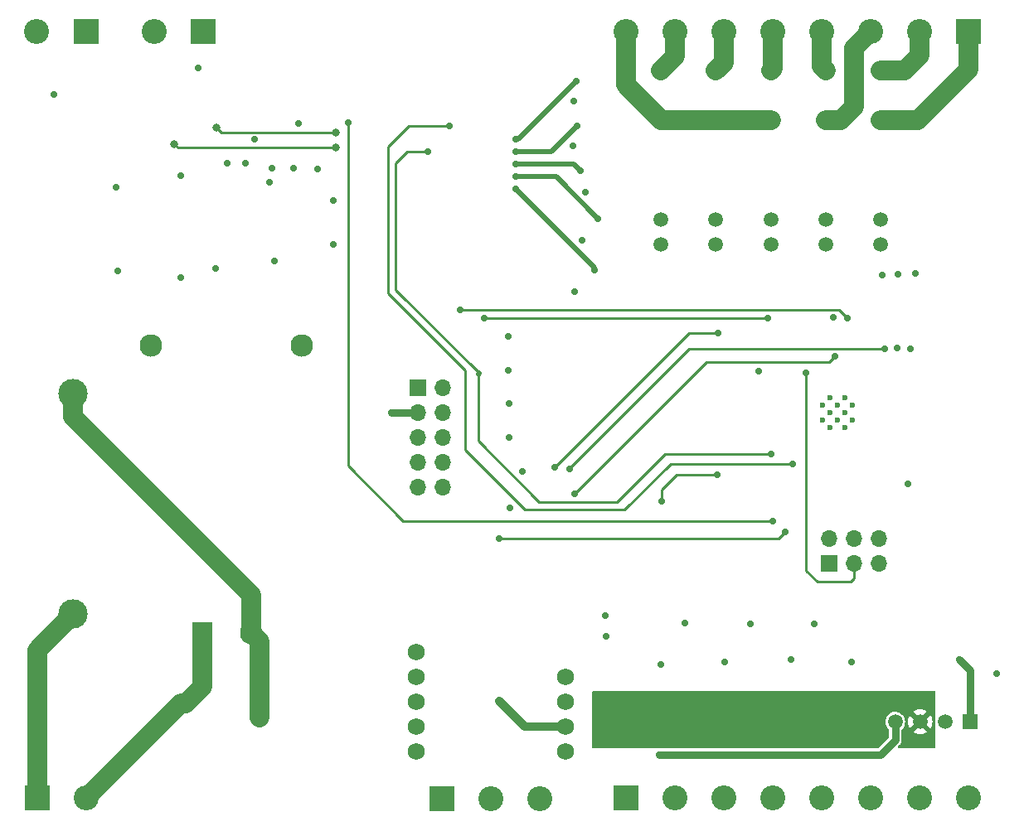
<source format=gbr>
%TF.GenerationSoftware,KiCad,Pcbnew,7.0.5*%
%TF.CreationDate,2023-07-28T21:19:53-04:00*%
%TF.ProjectId,proyecto de cuatrinestre,70726f79-6563-4746-9f20-646520637561,rev?*%
%TF.SameCoordinates,Original*%
%TF.FileFunction,Copper,L4,Bot*%
%TF.FilePolarity,Positive*%
%FSLAX46Y46*%
G04 Gerber Fmt 4.6, Leading zero omitted, Abs format (unit mm)*
G04 Created by KiCad (PCBNEW 7.0.5) date 2023-07-28 21:19:53*
%MOMM*%
%LPD*%
G01*
G04 APERTURE LIST*
%TA.AperFunction,ComponentPad*%
%ADD10R,1.508000X1.508000*%
%TD*%
%TA.AperFunction,ComponentPad*%
%ADD11C,1.508000*%
%TD*%
%TA.AperFunction,ComponentPad*%
%ADD12C,3.000000*%
%TD*%
%TA.AperFunction,HeatsinkPad*%
%ADD13C,0.600000*%
%TD*%
%TA.AperFunction,ComponentPad*%
%ADD14R,2.550000X2.550000*%
%TD*%
%TA.AperFunction,ComponentPad*%
%ADD15C,2.550000*%
%TD*%
%TA.AperFunction,ComponentPad*%
%ADD16R,2.000000X2.300000*%
%TD*%
%TA.AperFunction,ComponentPad*%
%ADD17C,2.300000*%
%TD*%
%TA.AperFunction,ComponentPad*%
%ADD18C,1.500000*%
%TD*%
%TA.AperFunction,ComponentPad*%
%ADD19C,1.750000*%
%TD*%
%TA.AperFunction,ComponentPad*%
%ADD20R,1.700000X1.700000*%
%TD*%
%TA.AperFunction,ComponentPad*%
%ADD21O,1.700000X1.700000*%
%TD*%
%TA.AperFunction,ComponentPad*%
%ADD22C,1.400000*%
%TD*%
%TA.AperFunction,ViaPad*%
%ADD23C,0.700000*%
%TD*%
%TA.AperFunction,ViaPad*%
%ADD24C,0.800000*%
%TD*%
%TA.AperFunction,Conductor*%
%ADD25C,0.800000*%
%TD*%
%TA.AperFunction,Conductor*%
%ADD26C,0.500000*%
%TD*%
%TA.AperFunction,Conductor*%
%ADD27C,0.250000*%
%TD*%
%TA.AperFunction,Conductor*%
%ADD28C,0.850000*%
%TD*%
%TA.AperFunction,Conductor*%
%ADD29C,2.000000*%
%TD*%
G04 APERTURE END LIST*
D10*
%TO.P,U16,1,IN-*%
%TO.N,GND*%
X260302500Y-180600000D03*
D11*
%TO.P,U16,2,IN+*%
%TO.N,VDD*%
X257762500Y-180600000D03*
%TO.P,U16,3,OUT-*%
%TO.N,GNDA*%
X255222500Y-180600000D03*
%TO.P,U16,4,OUT+*%
%TO.N,+3V3*%
X252682500Y-180600000D03*
%TD*%
D12*
%TO.P,F3,1*%
%TO.N,Net-(PS1-AC{slash}N)*%
X168710000Y-147100000D03*
%TO.P,F3,2*%
%TO.N,/ROOMLINK/CON-L1*%
X168710000Y-169600000D03*
%TD*%
D13*
%TO.P,U17,39,GND*%
%TO.N,GND*%
X247552500Y-147465000D03*
X246027500Y-147465000D03*
X248315000Y-148227500D03*
X246790000Y-148227500D03*
X245265000Y-148227500D03*
X247552500Y-148990000D03*
X246027500Y-148990000D03*
X248315000Y-149752500D03*
X246790000Y-149752500D03*
X245265000Y-149752500D03*
X247552500Y-150515000D03*
X246027500Y-150515000D03*
%TD*%
D14*
%TO.P,J4,1,Pin_1*%
%TO.N,/ROOMLINK/RGND*%
X206408000Y-188468000D03*
D15*
%TO.P,J4,2,Pin_2*%
%TO.N,/ROOMLINK/CON-B+*%
X211408000Y-188468000D03*
%TO.P,J4,3,Pin_3*%
%TO.N,/ROOMLINK/CON-A-*%
X216408000Y-188468000D03*
%TD*%
D16*
%TO.P,PS1,1,AC/L*%
%TO.N,/ROOMLINK/CON-NEUT*%
X181900000Y-171550000D03*
D17*
%TO.P,PS1,2,AC/N*%
%TO.N,Net-(PS1-AC{slash}N)*%
X186900000Y-171550000D03*
%TO.P,PS1,3,-Vout*%
%TO.N,GND*%
X176700000Y-142150000D03*
%TO.P,PS1,4,+Vout*%
%TO.N,+12V*%
X192100000Y-142150000D03*
%TD*%
D14*
%TO.P,J1,1,Pin_1*%
%TO.N,/ROOMLINK/CON-L1*%
X165040000Y-188380000D03*
D15*
%TO.P,J1,2,Pin_2*%
%TO.N,/ROOMLINK/CON-NEUT*%
X170040000Y-188380000D03*
%TD*%
D18*
%TO.P,U8,1*%
%TO.N,+12V*%
X251180000Y-131810000D03*
%TO.P,U8,2*%
%TO.N,Net-(D5-K)*%
X251180000Y-129270000D03*
%TO.P,U8,3*%
%TO.N,/ROOMLINK/CON-OUT2A*%
X251180000Y-119110000D03*
%TO.P,U8,4*%
%TO.N,/ROOMLINK/CON-OUT2B*%
X251180000Y-114030000D03*
%TD*%
D14*
%TO.P,J2,1,Pin_1*%
%TO.N,/ROOMLINK/CON-DC+*%
X170030000Y-110087500D03*
D15*
%TO.P,J2,2,Pin_2*%
%TO.N,/ROOMLINK/CON-DC-*%
X165030000Y-110087500D03*
%TD*%
D19*
%TO.P,U1,1,Vcc*%
%TO.N,VDD*%
X203747000Y-183618000D03*
%TO.P,U1,2,GND*%
%TO.N,GND*%
X203747000Y-181078000D03*
%TO.P,U1,3,TXD*%
%TO.N,/ROOMLINK/CONTROL/Tx_RS485_eXT*%
X203747000Y-178538000D03*
%TO.P,U1,4,RXD*%
%TO.N,/ROOMLINK/CONTROL/Rx_RS485_eXT*%
X203747000Y-175998000D03*
%TO.P,U1,5,CON*%
%TO.N,/ROOMLINK/CONTROL/CON_RS485_eXT*%
X203747000Y-173458000D03*
%TO.P,U1,7,Vo*%
%TO.N,Net-(U1-Vo)*%
X218987000Y-175998000D03*
%TO.P,U1,8,B*%
%TO.N,Net-(D11-A1)*%
X218987000Y-178538000D03*
%TO.P,U1,9,A*%
%TO.N,Net-(D11-A2)*%
X218987000Y-181078000D03*
%TO.P,U1,10,RGND*%
%TO.N,/ROOMLINK/RGND*%
X218987000Y-183618000D03*
%TD*%
D18*
%TO.P,U11,1*%
%TO.N,+12V*%
X239970000Y-131810000D03*
%TO.P,U11,2*%
%TO.N,Net-(D7-K)*%
X239970000Y-129270000D03*
%TO.P,U11,3*%
%TO.N,/ROOMLINK/CON-FAN-C*%
X239970000Y-119110000D03*
%TO.P,U11,4*%
%TO.N,/ROOMLINK/CON-FAN3*%
X239970000Y-114030000D03*
%TD*%
D20*
%TO.P,J8,1,VTRef*%
%TO.N,Net-(J8-VTRef)*%
X203962000Y-146507200D03*
D21*
%TO.P,J8,2,TMS*%
%TO.N,TMS*%
X206502000Y-146507200D03*
%TO.P,J8,3,GND*%
%TO.N,GND*%
X203962000Y-149047200D03*
%TO.P,J8,4,TCK*%
%TO.N,TCK*%
X206502000Y-149047200D03*
%TO.P,J8,5*%
%TO.N,unconnected-(J8-Pad5)*%
X203962000Y-151587200D03*
%TO.P,J8,6,TDO*%
%TO.N,TDO*%
X206502000Y-151587200D03*
%TO.P,J8,7*%
%TO.N,unconnected-(J8-Pad7)*%
X203962000Y-154127200D03*
%TO.P,J8,8,TDI*%
%TO.N,TDI*%
X206502000Y-154127200D03*
%TO.P,J8,9,GNDDetect*%
%TO.N,GND*%
X203962000Y-156667200D03*
%TO.P,J8,10,nRESET*%
%TO.N,nRESET*%
X206502000Y-156667200D03*
%TD*%
D18*
%TO.P,U7,1*%
%TO.N,+12V*%
X245575000Y-131810000D03*
%TO.P,U7,2*%
%TO.N,Net-(D6-K)*%
X245575000Y-129270000D03*
%TO.P,U7,3*%
%TO.N,/ROOMLINK/CON-OUT1A*%
X245575000Y-119110000D03*
%TO.P,U7,4*%
%TO.N,/ROOMLINK/CON-OUT1B*%
X245575000Y-114030000D03*
%TD*%
D14*
%TO.P,J5,1,Pin_1*%
%TO.N,/ROOMLINK/CON-OUT2A*%
X260150000Y-110087500D03*
D15*
%TO.P,J5,2,Pin_2*%
%TO.N,/ROOMLINK/CON-OUT2B*%
X255150000Y-110087500D03*
%TO.P,J5,3,Pin_3*%
%TO.N,/ROOMLINK/CON-OUT1A*%
X250150000Y-110087500D03*
%TO.P,J5,4,Pin_4*%
%TO.N,/ROOMLINK/CON-OUT1B*%
X245150000Y-110087500D03*
%TO.P,J5,5,Pin_5*%
%TO.N,/ROOMLINK/CON-FAN3*%
X240150000Y-110087500D03*
%TO.P,J5,6,Pin_6*%
%TO.N,/ROOMLINK/CON-FAN2*%
X235150000Y-110087500D03*
%TO.P,J5,7,Pin_7*%
%TO.N,/ROOMLINK/CON-FAN1*%
X230150000Y-110087500D03*
%TO.P,J5,8,Pin_8*%
%TO.N,/ROOMLINK/CON-FAN-C*%
X225150000Y-110087500D03*
%TD*%
D18*
%TO.P,U9,1*%
%TO.N,+12V*%
X228760000Y-131810000D03*
%TO.P,U9,2*%
%TO.N,Net-(D9-K)*%
X228760000Y-129270000D03*
%TO.P,U9,3*%
%TO.N,/ROOMLINK/CON-FAN-C*%
X228760000Y-119110000D03*
%TO.P,U9,4*%
%TO.N,/ROOMLINK/CON-FAN1*%
X228760000Y-114030000D03*
%TD*%
D20*
%TO.P,J7,1,Pin_1*%
%TO.N,VDD*%
X245922800Y-164388800D03*
D21*
%TO.P,J7,2,Pin_2*%
%TO.N,Net-(J7-Pin_2)*%
X245922800Y-161848800D03*
%TO.P,J7,3,Pin_3*%
%TO.N,Net-(J7-Pin_3)*%
X248462800Y-164388800D03*
%TO.P,J7,4,Pin_4*%
%TO.N,Net-(J7-Pin_4)*%
X248462800Y-161848800D03*
%TO.P,J7,5,Pin_5*%
%TO.N,GND*%
X251002800Y-164388800D03*
%TO.P,J7,6,Pin_6*%
%TO.N,Net-(J7-Pin_6)*%
X251002800Y-161848800D03*
%TD*%
D14*
%TO.P,J6,1,Pin_1*%
%TO.N,/ROOMLINK/CON-IN4-*%
X225150000Y-188380000D03*
D15*
%TO.P,J6,2,Pin_2*%
%TO.N,/ROOMLINK/CON-IN4+*%
X230150000Y-188380000D03*
%TO.P,J6,3,Pin_3*%
%TO.N,/ROOMLINK/CON-IN3-*%
X235150000Y-188380000D03*
%TO.P,J6,4,Pin_4*%
%TO.N,/ROOMLINK/CON-IN3+*%
X240150000Y-188380000D03*
%TO.P,J6,5,Pin_5*%
%TO.N,/ROOMLINK/CON-IN2-*%
X245150000Y-188380000D03*
%TO.P,J6,6,Pin_6*%
%TO.N,/ROOMLINK/CON-IN2+*%
X250150000Y-188380000D03*
%TO.P,J6,7,Pin_7*%
%TO.N,/ROOMLINK/CON-IN1-*%
X255150000Y-188380000D03*
%TO.P,J6,8,Pin_8*%
%TO.N,/ROOMLINK/CON-IN1+*%
X260150000Y-188380000D03*
%TD*%
D22*
%TO.P,RV1,1*%
%TO.N,/ROOMLINK/CON-NEUT*%
X180250000Y-178700000D03*
%TO.P,RV1,2*%
%TO.N,Net-(PS1-AC{slash}N)*%
X187750000Y-180200000D03*
%TD*%
D14*
%TO.P,J3,1,Pin_1*%
%TO.N,/ROOMLINK/CON-LCDA-*%
X182000000Y-110087500D03*
D15*
%TO.P,J3,2,Pin_2*%
%TO.N,/ROOMLINK/CON-LCDB+*%
X177000000Y-110087500D03*
%TD*%
D18*
%TO.P,U10,1*%
%TO.N,+12V*%
X234365000Y-131810000D03*
%TO.P,U10,2*%
%TO.N,Net-(D8-K)*%
X234365000Y-129270000D03*
%TO.P,U10,3*%
%TO.N,/ROOMLINK/CON-FAN-C*%
X234365000Y-119110000D03*
%TO.P,U10,4*%
%TO.N,/ROOMLINK/CON-FAN2*%
X234365000Y-114030000D03*
%TD*%
D23*
%TO.N,GND*%
X184500000Y-123500000D03*
X187250000Y-121070500D03*
X242000000Y-174250000D03*
X173250000Y-134500000D03*
X228750000Y-174750000D03*
X259250000Y-174250000D03*
X191750000Y-119500000D03*
X254750000Y-134750000D03*
X235250000Y-174500000D03*
X248250000Y-174500000D03*
X238750000Y-144750000D03*
X188750000Y-125500000D03*
X189250000Y-133500000D03*
X183250000Y-134250000D03*
X181500000Y-113750000D03*
X254250000Y-142500000D03*
X201250000Y-149000000D03*
X166750000Y-116500000D03*
X179750000Y-135250000D03*
X254000000Y-156250000D03*
%TO.N,nRESET*%
X219456000Y-154736800D03*
X251561600Y-142494000D03*
%TO.N,+12V*%
X221030800Y-126492000D03*
X219760800Y-121767600D03*
X220675200Y-131419600D03*
X219862400Y-117195600D03*
X219913200Y-136652000D03*
X195326000Y-131826000D03*
%TO.N,/ROOMLINK/CONTROL/INPUT_4_MICRO*%
X228803200Y-158038800D03*
X234492800Y-155397200D03*
%TO.N,Net-(D5-K)*%
X213918800Y-121056400D03*
X220100800Y-115148000D03*
%TO.N,Net-(D6-K)*%
X220151600Y-119720000D03*
X213918800Y-122326400D03*
%TO.N,Net-(D7-K)*%
X213918800Y-123596400D03*
X220558000Y-124292000D03*
%TO.N,Net-(D8-K)*%
X213918800Y-124917200D03*
X222332000Y-129204000D03*
%TO.N,Net-(D9-K)*%
X213918800Y-126136400D03*
X221960800Y-134452000D03*
%TO.N,Net-(D11-A2)*%
X212250000Y-178450000D03*
D24*
%TO.N,Net-(D13-A1)*%
X195580000Y-121920000D03*
X179079000Y-121539000D03*
%TO.N,Net-(D13-A2)*%
X195580000Y-120396000D03*
X183388000Y-119888000D03*
D23*
%TO.N,VDD*%
X193700400Y-124155200D03*
X213156800Y-141224000D03*
X213207600Y-148082000D03*
X214579200Y-155041600D03*
X213258400Y-151587200D03*
X252882400Y-142392400D03*
X186283600Y-123494800D03*
X189026800Y-124053600D03*
X179730400Y-124764800D03*
X213156800Y-144678400D03*
X223164400Y-171907200D03*
X173126400Y-125984000D03*
X223062800Y-169773600D03*
X195275200Y-127304800D03*
X252933200Y-134874000D03*
X231190800Y-170535600D03*
X251307600Y-134924800D03*
X244398800Y-170637200D03*
X237896400Y-170637200D03*
X213360000Y-158750000D03*
X263042400Y-175666400D03*
X246329200Y-139293600D03*
X191262000Y-124053600D03*
%TO.N,GNDA*%
X237896400Y-178409600D03*
X244398800Y-178358800D03*
X231394000Y-178460400D03*
X224790000Y-178663600D03*
%TO.N,TDI*%
X234594400Y-140919200D03*
X217932000Y-154635200D03*
%TO.N,+3V3*%
X241808000Y-183997600D03*
X228600000Y-183997600D03*
X248208800Y-183997600D03*
X235407200Y-183997600D03*
%TO.N,/ROOMLINK/CONTROL/RLY_OUT2_MICRO*%
X240030000Y-153212800D03*
X204927200Y-122326400D03*
%TO.N,/ROOMLINK/CONTROL/RLY_OUT1_MICRO*%
X207162400Y-119735600D03*
X242214400Y-154228800D03*
%TO.N,/ROOMLINK/CONTROL/RLY_FAN3_MICRO*%
X210718400Y-139395200D03*
X239674400Y-139395200D03*
%TO.N,/ROOMLINK/CONTROL/CON_RS485_eXT*%
X219913200Y-157319500D03*
X246510000Y-143293500D03*
%TO.N,/ROOMLINK/CONTROL/COM_RS485_LCD*%
X208280000Y-138480800D03*
X247802400Y-139344400D03*
%TO.N,/ROOMLINK/CONTROL/Tx_RS485_LCD*%
X212191600Y-161848800D03*
X241401600Y-161188400D03*
%TO.N,/ROOMLINK/CONTROL/Rx_RS485_lcd*%
X240131600Y-160070800D03*
X196799200Y-119380000D03*
%TO.N,Net-(J7-Pin_3)*%
X243535200Y-144932400D03*
%TD*%
D25*
%TO.N,GND*%
X260302500Y-175302500D02*
X259250000Y-174250000D01*
X203962000Y-149047200D02*
X201297200Y-149047200D01*
X260302500Y-180600000D02*
X260302500Y-175302500D01*
X201297200Y-149047200D02*
X201250000Y-149000000D01*
D26*
%TO.N,nRESET*%
X219456000Y-154736800D02*
X219456000Y-154686000D01*
D27*
X231648000Y-142494000D02*
X251561600Y-142494000D01*
X219456000Y-154686000D02*
X231648000Y-142494000D01*
%TO.N,/ROOMLINK/CONTROL/INPUT_4_MICRO*%
X228803200Y-156921200D02*
X230327200Y-155397200D01*
X230327200Y-155397200D02*
X234492800Y-155397200D01*
X228803200Y-158038800D02*
X228803200Y-156921200D01*
D26*
%TO.N,Net-(D5-K)*%
X214192400Y-121056400D02*
X220100800Y-115148000D01*
X213918800Y-121056400D02*
X214192400Y-121056400D01*
%TO.N,Net-(D6-K)*%
X217545200Y-122326400D02*
X220151600Y-119720000D01*
X213918800Y-122326400D02*
X217545200Y-122326400D01*
%TO.N,Net-(D7-K)*%
X213918800Y-123596400D02*
X219862400Y-123596400D01*
X219862400Y-123596400D02*
X220558000Y-124292000D01*
%TO.N,Net-(D8-K)*%
X218045200Y-124917200D02*
X222332000Y-129204000D01*
X213918800Y-124917200D02*
X218045200Y-124917200D01*
%TO.N,Net-(D9-K)*%
X221960800Y-134178400D02*
X221960800Y-134452000D01*
X213918800Y-126136400D02*
X221960800Y-134178400D01*
D28*
%TO.N,Net-(D11-A2)*%
X212250000Y-178450000D02*
X214878000Y-181078000D01*
X214878000Y-181078000D02*
X218987000Y-181078000D01*
D27*
%TO.N,Net-(D13-A1)*%
X195580000Y-121920000D02*
X179460000Y-121920000D01*
X179460000Y-121920000D02*
X179079000Y-121539000D01*
%TO.N,Net-(D13-A2)*%
X195580000Y-120396000D02*
X183896000Y-120396000D01*
X183896000Y-120396000D02*
X183388000Y-119888000D01*
D29*
%TO.N,Net-(PS1-AC{slash}N)*%
X187750000Y-172400000D02*
X186900000Y-171550000D01*
X168710000Y-147100000D02*
X168710000Y-149406000D01*
X186900000Y-167596000D02*
X186900000Y-171550000D01*
X187750000Y-180200000D02*
X187750000Y-172400000D01*
X168710000Y-149406000D02*
X186900000Y-167596000D01*
%TO.N,/ROOMLINK/CON-L1*%
X165040000Y-188380000D02*
X165040000Y-173270000D01*
X165040000Y-173270000D02*
X168710000Y-169600000D01*
D27*
%TO.N,TDI*%
X231648000Y-140919200D02*
X234594400Y-140919200D01*
X217932000Y-154635200D02*
X231648000Y-140919200D01*
D25*
%TO.N,+3V3*%
X252682500Y-180600000D02*
X252682500Y-182470300D01*
X235407200Y-183997600D02*
X228600000Y-183997600D01*
X252682500Y-182470300D02*
X251155200Y-183997600D01*
X251155200Y-183997600D02*
X248208800Y-183997600D01*
X248208800Y-183997600D02*
X241808000Y-183997600D01*
X241808000Y-183997600D02*
X235407200Y-183997600D01*
D27*
%TO.N,/ROOMLINK/CONTROL/RLY_OUT2_MICRO*%
X201676000Y-136448800D02*
X201676000Y-123494800D01*
X202863532Y-122307268D02*
X204908068Y-122307268D01*
D26*
X204908068Y-122307268D02*
X204927200Y-122326400D01*
X210108800Y-145084800D02*
X210210400Y-144983200D01*
D27*
X210210400Y-144983200D02*
X201676000Y-136448800D01*
X224252100Y-158119500D02*
X216336300Y-158119500D01*
X240030000Y-153212800D02*
X229158800Y-153212800D01*
X216336300Y-158119500D02*
X210108800Y-151892000D01*
X210108800Y-151892000D02*
X210108800Y-145084800D01*
X201676000Y-123494800D02*
X202863532Y-122307268D01*
X229158800Y-153212800D02*
X224252100Y-158119500D01*
%TO.N,/ROOMLINK/CONTROL/RLY_OUT1_MICRO*%
X208737200Y-152806400D02*
X214884000Y-158953200D01*
X229717600Y-154228800D02*
X242214400Y-154228800D01*
X200863200Y-121869200D02*
X200863200Y-136855200D01*
X224993200Y-158953200D02*
X229717600Y-154228800D01*
X207162400Y-119735600D02*
X202996800Y-119735600D01*
X214884000Y-158953200D02*
X224993200Y-158953200D01*
X200863200Y-136855200D02*
X208737200Y-144729200D01*
X208737200Y-144729200D02*
X208737200Y-152806400D01*
X202996800Y-119735600D02*
X200863200Y-121869200D01*
%TO.N,/ROOMLINK/CONTROL/RLY_FAN3_MICRO*%
X210718400Y-139395200D02*
X239674400Y-139395200D01*
%TO.N,/ROOMLINK/CONTROL/CON_RS485_eXT*%
X233367100Y-143865600D02*
X219913200Y-157319500D01*
X245937900Y-143865600D02*
X233367100Y-143865600D01*
X246510000Y-143293500D02*
X245937900Y-143865600D01*
%TO.N,/ROOMLINK/CONTROL/COM_RS485_LCD*%
X208280000Y-138480800D02*
X246938800Y-138480800D01*
X246938800Y-138480800D02*
X247802400Y-139344400D01*
%TO.N,/ROOMLINK/CONTROL/Tx_RS485_LCD*%
X240741200Y-161848800D02*
X241401600Y-161188400D01*
X212191600Y-161848800D02*
X240741200Y-161848800D01*
%TO.N,/ROOMLINK/CONTROL/Rx_RS485_lcd*%
X196799200Y-154432000D02*
X202438000Y-160070800D01*
X196799200Y-119380000D02*
X196799200Y-154432000D01*
X202438000Y-160070800D02*
X240131600Y-160070800D01*
D29*
%TO.N,/ROOMLINK/CON-NEUT*%
X179720000Y-178700000D02*
X170040000Y-188380000D01*
X181900000Y-177050000D02*
X180250000Y-178700000D01*
X180250000Y-178700000D02*
X179720000Y-178700000D01*
X181900000Y-171550000D02*
X181900000Y-177050000D01*
%TO.N,/ROOMLINK/CON-OUT2A*%
X260150000Y-113941200D02*
X260150000Y-110087500D01*
X254981200Y-119110000D02*
X260150000Y-113941200D01*
X251180000Y-119110000D02*
X254981200Y-119110000D01*
%TO.N,/ROOMLINK/CON-OUT2B*%
X253609600Y-114030000D02*
X255150000Y-112489600D01*
X255150000Y-112489600D02*
X255150000Y-110087500D01*
X251180000Y-114030000D02*
X253609600Y-114030000D01*
%TO.N,/ROOMLINK/CON-OUT1A*%
X247107200Y-119110000D02*
X248462800Y-117754400D01*
X245575000Y-119110000D02*
X247107200Y-119110000D01*
X248462800Y-111774700D02*
X250150000Y-110087500D01*
X248462800Y-117754400D02*
X248462800Y-111774700D01*
%TO.N,/ROOMLINK/CON-OUT1B*%
X245150000Y-113605000D02*
X245575000Y-114030000D01*
X245150000Y-110087500D02*
X245150000Y-113605000D01*
%TO.N,/ROOMLINK/CON-FAN3*%
X240150000Y-110087500D02*
X240150000Y-113850000D01*
X240150000Y-113850000D02*
X239970000Y-114030000D01*
%TO.N,/ROOMLINK/CON-FAN2*%
X235150000Y-110087500D02*
X235150000Y-113245000D01*
X235150000Y-113245000D02*
X234365000Y-114030000D01*
%TO.N,/ROOMLINK/CON-FAN1*%
X230150000Y-110087500D02*
X230150000Y-112640000D01*
X230150000Y-112640000D02*
X228760000Y-114030000D01*
%TO.N,/ROOMLINK/CON-FAN-C*%
X239970000Y-119110000D02*
X228760000Y-119110000D01*
X225150000Y-115500000D02*
X228760000Y-119110000D01*
X225150000Y-110087500D02*
X225150000Y-115500000D01*
D27*
%TO.N,Net-(J7-Pin_3)*%
X243535200Y-165150800D02*
X244703600Y-166319200D01*
X243535200Y-144932400D02*
X243535200Y-165150800D01*
X248107200Y-166319200D02*
X248462800Y-165963600D01*
X248462800Y-165963600D02*
X248462800Y-164388800D01*
X244703600Y-166319200D02*
X248107200Y-166319200D01*
%TD*%
%TA.AperFunction,Conductor*%
%TO.N,GNDA*%
G36*
X256737039Y-177464085D02*
G01*
X256782794Y-177516889D01*
X256794000Y-177568400D01*
X256794000Y-180313928D01*
X256788661Y-180349922D01*
X256772535Y-180403082D01*
X256772534Y-180403088D01*
X256753140Y-180599999D01*
X256772534Y-180796914D01*
X256788661Y-180850076D01*
X256794000Y-180886071D01*
X256794000Y-183162400D01*
X256774315Y-183229439D01*
X256721511Y-183275194D01*
X256670000Y-183286400D01*
X253085707Y-183286400D01*
X253018668Y-183266715D01*
X252972913Y-183213911D01*
X252962969Y-183144753D01*
X252991994Y-183081197D01*
X252998010Y-183074734D01*
X253082017Y-182990727D01*
X253094579Y-182980665D01*
X253094425Y-182980478D01*
X253100433Y-182975505D01*
X253100440Y-182975502D01*
X253149032Y-182923756D01*
X253150356Y-182922388D01*
X253171411Y-182901335D01*
X253175901Y-182895545D01*
X253179683Y-182891115D01*
X253212948Y-182855693D01*
X253223174Y-182837090D01*
X253233853Y-182820833D01*
X253246862Y-182804064D01*
X253266156Y-182759475D01*
X253268712Y-182754256D01*
X253292127Y-182711668D01*
X253297405Y-182691106D01*
X253303707Y-182672699D01*
X253312135Y-182653227D01*
X253319733Y-182605253D01*
X253320914Y-182599547D01*
X253333000Y-182552477D01*
X253333000Y-182531248D01*
X253334527Y-182511848D01*
X253337846Y-182490895D01*
X253333273Y-182442528D01*
X253332999Y-182436707D01*
X253332999Y-182149492D01*
X253332999Y-181424255D01*
X253352684Y-181357220D01*
X253378333Y-181328408D01*
X253396225Y-181313725D01*
X253521752Y-181160770D01*
X253615027Y-180986265D01*
X253672465Y-180796916D01*
X253691860Y-180600000D01*
X253963710Y-180600000D01*
X253982833Y-180818582D01*
X253982835Y-180818592D01*
X254039621Y-181030524D01*
X254039624Y-181030533D01*
X254132355Y-181229393D01*
X254132356Y-181229395D01*
X254176502Y-181292442D01*
X254176503Y-181292443D01*
X254739422Y-180729523D01*
X254763007Y-180809844D01*
X254840739Y-180930798D01*
X254949400Y-181024952D01*
X255080185Y-181084680D01*
X255089966Y-181086086D01*
X254530055Y-181645996D01*
X254593104Y-181690143D01*
X254593106Y-181690144D01*
X254791966Y-181782875D01*
X254791975Y-181782878D01*
X255003907Y-181839664D01*
X255003917Y-181839666D01*
X255222499Y-181858790D01*
X255222501Y-181858790D01*
X255441082Y-181839666D01*
X255441092Y-181839664D01*
X255653024Y-181782878D01*
X255653033Y-181782874D01*
X255851892Y-181690145D01*
X255914943Y-181645996D01*
X255355034Y-181086086D01*
X255364815Y-181084680D01*
X255495600Y-181024952D01*
X255604261Y-180930798D01*
X255681993Y-180809844D01*
X255705576Y-180729523D01*
X256268496Y-181292443D01*
X256312645Y-181229392D01*
X256405374Y-181030533D01*
X256405378Y-181030524D01*
X256462164Y-180818592D01*
X256462166Y-180818582D01*
X256481290Y-180600000D01*
X256481290Y-180599999D01*
X256462166Y-180381417D01*
X256462164Y-180381407D01*
X256405378Y-180169475D01*
X256405375Y-180169466D01*
X256312644Y-179970606D01*
X256312643Y-179970604D01*
X256268496Y-179907556D01*
X256268496Y-179907555D01*
X255705576Y-180470475D01*
X255681993Y-180390156D01*
X255604261Y-180269202D01*
X255495600Y-180175048D01*
X255364815Y-180115320D01*
X255355031Y-180113913D01*
X255914943Y-179554002D01*
X255851895Y-179509856D01*
X255851893Y-179509855D01*
X255653033Y-179417124D01*
X255653024Y-179417121D01*
X255441092Y-179360335D01*
X255441082Y-179360333D01*
X255222501Y-179341210D01*
X255222499Y-179341210D01*
X255003917Y-179360333D01*
X255003907Y-179360335D01*
X254791975Y-179417121D01*
X254791966Y-179417124D01*
X254593102Y-179509857D01*
X254530055Y-179554001D01*
X254530055Y-179554002D01*
X255089965Y-180113913D01*
X255080185Y-180115320D01*
X254949400Y-180175048D01*
X254840739Y-180269202D01*
X254763007Y-180390156D01*
X254739422Y-180470476D01*
X254176501Y-179907555D01*
X254132357Y-179970602D01*
X254039624Y-180169466D01*
X254039621Y-180169475D01*
X253982835Y-180381407D01*
X253982833Y-180381417D01*
X253963710Y-180599999D01*
X253963710Y-180600000D01*
X253691860Y-180600000D01*
X253672465Y-180403084D01*
X253615027Y-180213735D01*
X253615025Y-180213732D01*
X253615025Y-180213730D01*
X253521755Y-180039235D01*
X253521751Y-180039228D01*
X253396225Y-179886274D01*
X253243271Y-179760748D01*
X253243264Y-179760744D01*
X253068769Y-179667474D01*
X252974090Y-179638753D01*
X252879416Y-179610035D01*
X252879414Y-179610034D01*
X252879416Y-179610034D01*
X252682500Y-179590640D01*
X252485585Y-179610034D01*
X252296230Y-179667474D01*
X252121735Y-179760744D01*
X252121728Y-179760748D01*
X251968774Y-179886274D01*
X251843248Y-180039228D01*
X251843244Y-180039235D01*
X251749974Y-180213730D01*
X251692534Y-180403085D01*
X251673140Y-180600000D01*
X251692534Y-180796914D01*
X251749974Y-180986269D01*
X251843244Y-181160764D01*
X251843248Y-181160771D01*
X251968773Y-181313723D01*
X251968775Y-181313725D01*
X251986662Y-181328405D01*
X252025998Y-181386149D01*
X252031999Y-181424259D01*
X252031999Y-182149492D01*
X252012314Y-182216531D01*
X251995680Y-182237173D01*
X250982773Y-183250081D01*
X250921450Y-183283566D01*
X250895092Y-183286400D01*
X221864926Y-183286400D01*
X221797887Y-183266715D01*
X221752132Y-183213911D01*
X221740931Y-183163478D01*
X221739296Y-182975500D01*
X221727736Y-181645996D01*
X221692288Y-177569478D01*
X221711389Y-177502270D01*
X221763793Y-177456058D01*
X221816283Y-177444400D01*
X256670000Y-177444400D01*
X256737039Y-177464085D01*
G37*
%TD.AperFunction*%
%TD*%
M02*

</source>
